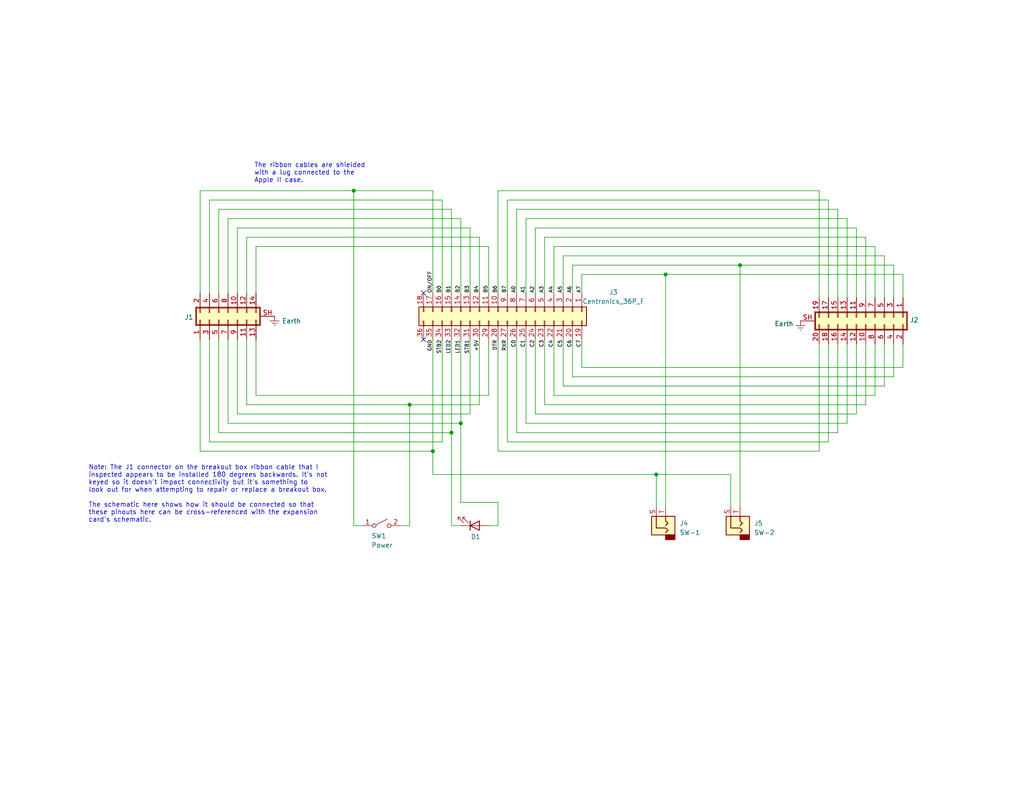
<source format=kicad_sch>
(kicad_sch (version 20231120) (generator "eeschema") (generator_version "8.0")
  (paper "USLetter")
  (title_block (title "Adaptive Peripherals G32 AFC I/O Box") (date "2024-11-14") (comment 2 "captured by Mark Aikens") (comment 3 "by Adaptive Peripherals") (comment 4 "I/O Breakout Box for the G32 Adaptive Firmware Card"))
  (lib_symbols
    (symbol "Connector_Audio:AudioJack2"
      (property "Reference" "J" (at 0 8.89 0))
      (property "Value" "AudioJack2" (at 0 6.35 0))
      (symbol "AudioJack2_0_1"
        (rectangle (start -3.81 0) (end -2.54 -2.54) (stroke (width 0.254)) (fill (type outline)))
        (rectangle (start -2.54 3.81) (end 2.54 -2.54) (stroke (width 0.254)) (fill (type background)))
        (polyline (pts (xy 0 0) (xy 0.635 -0.635) (xy 1.27 0) (xy 2.54 0)) (stroke (width 0.254)))
        (polyline (pts (xy 2.54 2.54) (xy -0.635 2.54) (xy -0.635 0) (xy -1.27 -0.635) (xy -1.905 0)) (stroke (width 0.254)))
      )
      (symbol "AudioJack2_1_1"
        (pin passive line (at 5.08 2.54 180) (length 2.54) (name "~") (number "S"))
        (pin passive line (at 5.08 0 180) (length 2.54) (name "~") (number "T"))
      )
    )
    (symbol "Connector_Generic:Conn_02x18_Top_Bottom" (pin_names (offset 1.016) hide)
      (property "Reference" "J" (at 1.27 22.86 0))
      (property "Value" "Conn_02x18_Top_Bottom" (at 1.27 -25.4 0))
      (symbol "Conn_02x18_Top_Bottom_1_1"
        (rectangle (start -1.27 -22.733) (end 0 -22.987) (stroke (width 0.1524)))
        (rectangle (start -1.27 -20.193) (end 0 -20.447) (stroke (width 0.1524)))
        (rectangle (start -1.27 -17.653) (end 0 -17.907) (stroke (width 0.1524)))
        (rectangle (start -1.27 -15.113) (end 0 -15.367) (stroke (width 0.1524)))
        (rectangle (start -1.27 -12.573) (end 0 -12.827) (stroke (width 0.1524)))
        (rectangle (start -1.27 -10.033) (end 0 -10.287) (stroke (width 0.1524)))
        (rectangle (start -1.27 -7.493) (end 0 -7.747) (stroke (width 0.1524)))
        (rectangle (start -1.27 -4.953) (end 0 -5.207) (stroke (width 0.1524)))
        (rectangle (start -1.27 -2.413) (end 0 -2.667) (stroke (width 0.1524)))
        (rectangle (start -1.27 0.127) (end 0 -0.127) (stroke (width 0.1524)))
        (rectangle (start -1.27 2.667) (end 0 2.413) (stroke (width 0.1524)))
        (rectangle (start -1.27 5.207) (end 0 4.953) (stroke (width 0.1524)))
        (rectangle (start -1.27 7.747) (end 0 7.493) (stroke (width 0.1524)))
        (rectangle (start -1.27 10.287) (end 0 10.033) (stroke (width 0.1524)))
        (rectangle (start -1.27 12.827) (end 0 12.573) (stroke (width 0.1524)))
        (rectangle (start -1.27 15.367) (end 0 15.113) (stroke (width 0.1524)))
        (rectangle (start -1.27 17.907) (end 0 17.653) (stroke (width 0.1524)))
        (rectangle (start -1.27 20.447) (end 0 20.193) (stroke (width 0.1524)))
        (rectangle (start -1.27 21.59) (end 3.81 -24.13) (stroke (width 0.254)) (fill (type background)))
        (rectangle (start 3.81 -22.733) (end 2.54 -22.987) (stroke (width 0.1524)))
        (rectangle (start 3.81 -20.193) (end 2.54 -20.447) (stroke (width 0.1524)))
        (rectangle (start 3.81 -17.653) (end 2.54 -17.907) (stroke (width 0.1524)))
        (rectangle (start 3.81 -15.113) (end 2.54 -15.367) (stroke (width 0.1524)))
        (rectangle (start 3.81 -12.573) (end 2.54 -12.827) (stroke (width 0.1524)))
        (rectangle (start 3.81 -10.033) (end 2.54 -10.287) (stroke (width 0.1524)))
        (rectangle (start 3.81 -7.493) (end 2.54 -7.747) (stroke (width 0.1524)))
        (rectangle (start 3.81 -4.953) (end 2.54 -5.207) (stroke (width 0.1524)))
        (rectangle (start 3.81 -2.413) (end 2.54 -2.667) (stroke (width 0.1524)))
        (rectangle (start 3.81 0.127) (end 2.54 -0.127) (stroke (width 0.1524)))
        (rectangle (start 3.81 2.667) (end 2.54 2.413) (stroke (width 0.1524)))
        (rectangle (start 3.81 5.207) (end 2.54 4.953) (stroke (width 0.1524)))
        (rectangle (start 3.81 7.747) (end 2.54 7.493) (stroke (width 0.1524)))
        (rectangle (start 3.81 10.287) (end 2.54 10.033) (stroke (width 0.1524)))
        (rectangle (start 3.81 12.827) (end 2.54 12.573) (stroke (width 0.1524)))
        (rectangle (start 3.81 15.367) (end 2.54 15.113) (stroke (width 0.1524)))
        (rectangle (start 3.81 17.907) (end 2.54 17.653) (stroke (width 0.1524)))
        (rectangle (start 3.81 20.447) (end 2.54 20.193) (stroke (width 0.1524)))
        (pin passive line (at -5.08 20.32 0) (length 3.81) (name "Pin_1") (number "1"))
        (pin passive line (at -5.08 -2.54 0) (length 3.81) (name "Pin_10") (number "10"))
        (pin passive line (at -5.08 -5.08 0) (length 3.81) (name "Pin_11") (number "11"))
        (pin passive line (at -5.08 -7.62 0) (length 3.81) (name "Pin_12") (number "12"))
        (pin passive line (at -5.08 -10.16 0) (length 3.81) (name "Pin_13") (number "13"))
        (pin passive line (at -5.08 -12.7 0) (length 3.81) (name "Pin_14") (number "14"))
        (pin passive line (at -5.08 -15.24 0) (length 3.81) (name "Pin_15") (number "15"))
        (pin passive line (at -5.08 -17.78 0) (length 3.81) (name "Pin_16") (number "16"))
        (pin passive line (at -5.08 -20.32 0) (length 3.81) (name "Pin_17") (number "17"))
        (pin passive line (at -5.08 -22.86 0) (length 3.81) (name "Pin_18") (number "18"))
        (pin passive line (at 7.62 20.32 180) (length 3.81) (name "Pin_19") (number "19"))
        (pin passive line (at -5.08 17.78 0) (length 3.81) (name "Pin_2") (number "2"))
        (pin passive line (at 7.62 17.78 180) (length 3.81) (name "Pin_20") (number "20"))
        (pin passive line (at 7.62 15.24 180) (length 3.81) (name "Pin_21") (number "21"))
        (pin passive line (at 7.62 12.7 180) (length 3.81) (name "Pin_22") (number "22"))
        (pin passive line (at 7.62 10.16 180) (length 3.81) (name "Pin_23") (number "23"))
        (pin passive line (at 7.62 7.62 180) (length 3.81) (name "Pin_24") (number "24"))
        (pin passive line (at 7.62 5.08 180) (length 3.81) (name "Pin_25") (number "25"))
        (pin passive line (at 7.62 2.54 180) (length 3.81) (name "Pin_26") (number "26"))
        (pin passive line (at 7.62 0 180) (length 3.81) (name "Pin_27") (number "27"))
        (pin passive line (at 7.62 -2.54 180) (length 3.81) (name "Pin_28") (number "28"))
        (pin passive line (at 7.62 -5.08 180) (length 3.81) (name "Pin_29") (number "29"))
        (pin passive line (at -5.08 15.24 0) (length 3.81) (name "Pin_3") (number "3"))
        (pin passive line (at 7.62 -7.62 180) (length 3.81) (name "Pin_30") (number "30"))
        (pin passive line (at 7.62 -10.16 180) (length 3.81) (name "Pin_31") (number "31"))
        (pin passive line (at 7.62 -12.7 180) (length 3.81) (name "Pin_32") (number "32"))
        (pin passive line (at 7.62 -15.24 180) (length 3.81) (name "Pin_33") (number "33"))
        (pin passive line (at 7.62 -17.78 180) (length 3.81) (name "Pin_34") (number "34"))
        (pin passive line (at 7.62 -20.32 180) (length 3.81) (name "Pin_35") (number "35"))
        (pin passive line (at 7.62 -22.86 180) (length 3.81) (name "Pin_36") (number "36"))
        (pin passive line (at -5.08 12.7 0) (length 3.81) (name "Pin_4") (number "4"))
        (pin passive line (at -5.08 10.16 0) (length 3.81) (name "Pin_5") (number "5"))
        (pin passive line (at -5.08 7.62 0) (length 3.81) (name "Pin_6") (number "6"))
        (pin passive line (at -5.08 5.08 0) (length 3.81) (name "Pin_7") (number "7"))
        (pin passive line (at -5.08 2.54 0) (length 3.81) (name "Pin_8") (number "8"))
        (pin passive line (at -5.08 0 0) (length 3.81) (name "Pin_9") (number "9"))
      )
    )
    (symbol "Connector_Generic_Shielded:Conn_02x07_Odd_Even_Shielded" (pin_names (offset 1.016) hide)
      (property "Reference" "J" (at 1.524 9.906 0))
      (property "Value" "Conn_02x07_Odd_Even_Shielded" (at 2.286 -9.906 0))
      (symbol "Conn_02x07_Odd_Even_Shielded_1_1"
        (rectangle (start -1.27 8.89) (end 3.81 -8.89) (stroke (width 0.1524)))
        (rectangle (start -1.016 -7.493) (end 0.254 -7.747) (stroke (width 0.1524)))
        (rectangle (start -1.016 -4.953) (end 0.254 -5.207) (stroke (width 0.1524)))
        (rectangle (start -1.016 -2.413) (end 0.254 -2.667) (stroke (width 0.1524)))
        (rectangle (start -1.016 0.127) (end 0.254 -0.127) (stroke (width 0.1524)))
        (rectangle (start -1.016 2.667) (end 0.254 2.413) (stroke (width 0.1524)))
        (rectangle (start -1.016 5.207) (end 0.254 4.953) (stroke (width 0.1524)))
        (rectangle (start -1.016 7.747) (end 0.254 7.493) (stroke (width 0.1524)))
        (rectangle (start -1.016 8.636) (end 3.556 -8.636) (stroke (width 0.254)) (fill (type background)))
        (rectangle (start 3.556 -7.493) (end 2.286 -7.747) (stroke (width 0.1524)))
        (rectangle (start 3.556 -4.953) (end 2.286 -5.207) (stroke (width 0.1524)))
        (rectangle (start 3.556 -2.413) (end 2.286 -2.667) (stroke (width 0.1524)))
        (rectangle (start 3.556 0.127) (end 2.286 -0.127) (stroke (width 0.1524)))
        (rectangle (start 3.556 2.667) (end 2.286 2.413) (stroke (width 0.1524)))
        (rectangle (start 3.556 5.207) (end 2.286 4.953) (stroke (width 0.1524)))
        (rectangle (start 3.556 7.747) (end 2.286 7.493) (stroke (width 0.1524)))
        (pin passive line (at -5.08 7.62 0) (length 4.064) (name "Pin_1") (number "1"))
        (pin passive line (at 7.62 -2.54 180) (length 4.064) (name "Pin_10") (number "10"))
        (pin passive line (at -5.08 -5.08 0) (length 4.064) (name "Pin_11") (number "11"))
        (pin passive line (at 7.62 -5.08 180) (length 4.064) (name "Pin_12") (number "12"))
        (pin passive line (at -5.08 -7.62 0) (length 4.064) (name "Pin_13") (number "13"))
        (pin passive line (at 7.62 -7.62 180) (length 4.064) (name "Pin_14") (number "14"))
        (pin passive line (at 7.62 7.62 180) (length 4.064) (name "Pin_2") (number "2"))
        (pin passive line (at -5.08 5.08 0) (length 4.064) (name "Pin_3") (number "3"))
        (pin passive line (at 7.62 5.08 180) (length 4.064) (name "Pin_4") (number "4"))
        (pin passive line (at -5.08 2.54 0) (length 4.064) (name "Pin_5") (number "5"))
        (pin passive line (at 7.62 2.54 180) (length 4.064) (name "Pin_6") (number "6"))
        (pin passive line (at -5.08 0 0) (length 4.064) (name "Pin_7") (number "7"))
        (pin passive line (at 7.62 0 180) (length 4.064) (name "Pin_8") (number "8"))
        (pin passive line (at -5.08 -2.54 0) (length 4.064) (name "Pin_9") (number "9"))
        (pin passive line (at 1.27 -12.7 90) (length 3.81) (name "Shield") (number "SH"))
      )
    )
    (symbol "Connector_Generic_Shielded:Conn_02x10_Odd_Even_Shielded" (pin_names (offset 1.016) hide)
      (property "Reference" "J" (at 1.524 12.446 0))
      (property "Value" "Conn_02x10_Odd_Even_Shielded" (at 2.286 -14.986 0))
      (symbol "Conn_02x10_Odd_Even_Shielded_1_1"
        (rectangle (start -1.27 11.43) (end 3.81 -13.97) (stroke (width 0.1524)))
        (rectangle (start -1.016 -12.573) (end 0.254 -12.827) (stroke (width 0.1524)))
        (rectangle (start -1.016 -10.033) (end 0.254 -10.287) (stroke (width 0.1524)))
        (rectangle (start -1.016 -7.493) (end 0.254 -7.747) (stroke (width 0.1524)))
        (rectangle (start -1.016 -4.953) (end 0.254 -5.207) (stroke (width 0.1524)))
        (rectangle (start -1.016 -2.413) (end 0.254 -2.667) (stroke (width 0.1524)))
        (rectangle (start -1.016 0.127) (end 0.254 -0.127) (stroke (width 0.1524)))
        (rectangle (start -1.016 2.667) (end 0.254 2.413) (stroke (width 0.1524)))
        (rectangle (start -1.016 5.207) (end 0.254 4.953) (stroke (width 0.1524)))
        (rectangle (start -1.016 7.747) (end 0.254 7.493) (stroke (width 0.1524)))
        (rectangle (start -1.016 10.287) (end 0.254 10.033) (stroke (width 0.1524)))
        (rectangle (start -1.016 11.176) (end 3.556 -13.716) (stroke (width 0.254)) (fill (type background)))
        (rectangle (start 3.556 -12.573) (end 2.286 -12.827) (stroke (width 0.1524)))
        (rectangle (start 3.556 -10.033) (end 2.286 -10.287) (stroke (width 0.1524)))
        (rectangle (start 3.556 -7.493) (end 2.286 -7.747) (stroke (width 0.1524)))
        (rectangle (start 3.556 -4.953) (end 2.286 -5.207) (stroke (width 0.1524)))
        (rectangle (start 3.556 -2.413) (end 2.286 -2.667) (stroke (width 0.1524)))
        (rectangle (start 3.556 0.127) (end 2.286 -0.127) (stroke (width 0.1524)))
        (rectangle (start 3.556 2.667) (end 2.286 2.413) (stroke (width 0.1524)))
        (rectangle (start 3.556 5.207) (end 2.286 4.953) (stroke (width 0.1524)))
        (rectangle (start 3.556 7.747) (end 2.286 7.493) (stroke (width 0.1524)))
        (rectangle (start 3.556 10.287) (end 2.286 10.033) (stroke (width 0.1524)))
        (pin passive line (at -5.08 10.16 0) (length 4.064) (name "Pin_1") (number "1"))
        (pin passive line (at 7.62 0 180) (length 4.064) (name "Pin_10") (number "10"))
        (pin passive line (at -5.08 -2.54 0) (length 4.064) (name "Pin_11") (number "11"))
        (pin passive line (at 7.62 -2.54 180) (length 4.064) (name "Pin_12") (number "12"))
        (pin passive line (at -5.08 -5.08 0) (length 4.064) (name "Pin_13") (number "13"))
        (pin passive line (at 7.62 -5.08 180) (length 4.064) (name "Pin_14") (number "14"))
        (pin passive line (at -5.08 -7.62 0) (length 4.064) (name "Pin_15") (number "15"))
        (pin passive line (at 7.62 -7.62 180) (length 4.064) (name "Pin_16") (number "16"))
        (pin passive line (at -5.08 -10.16 0) (length 4.064) (name "Pin_17") (number "17"))
        (pin passive line (at 7.62 -10.16 180) (length 4.064) (name "Pin_18") (number "18"))
        (pin passive line (at -5.08 -12.7 0) (length 4.064) (name "Pin_19") (number "19"))
        (pin passive line (at 7.62 10.16 180) (length 4.064) (name "Pin_2") (number "2"))
        (pin passive line (at 7.62 -12.7 180) (length 4.064) (name "Pin_20") (number "20"))
        (pin passive line (at -5.08 7.62 0) (length 4.064) (name "Pin_3") (number "3"))
        (pin passive line (at 7.62 7.62 180) (length 4.064) (name "Pin_4") (number "4"))
        (pin passive line (at -5.08 5.08 0) (length 4.064) (name "Pin_5") (number "5"))
        (pin passive line (at 7.62 5.08 180) (length 4.064) (name "Pin_6") (number "6"))
        (pin passive line (at -5.08 2.54 0) (length 4.064) (name "Pin_7") (number "7"))
        (pin passive line (at 7.62 2.54 180) (length 4.064) (name "Pin_8") (number "8"))
        (pin passive line (at -5.08 0 0) (length 4.064) (name "Pin_9") (number "9"))
        (pin passive line (at 1.27 -17.78 90) (length 3.81) (name "Shield") (number "SH"))
      )
    )
    (symbol "Device:LED" (pin_numbers hide) (pin_names (offset 1.016) hide)
      (property "Reference" "D" (at 0 2.54 0))
      (property "Value" "LED" (at 0 -2.54 0))
      (symbol "LED_0_1"
        (polyline (pts (xy -1.27 -1.27) (xy -1.27 1.27)) (stroke (width 0.254)))
        (polyline (pts (xy -1.27 0) (xy 1.27 0)))
        (polyline (pts (xy 1.27 -1.27) (xy 1.27 1.27) (xy -1.27 0) (xy 1.27 -1.27)) (stroke (width 0.254)))
        (polyline (pts (xy -3.048 -0.762) (xy -4.572 -2.286) (xy -3.81 -2.286) (xy -4.572 -2.286) (xy -4.572 -1.524)))
        (polyline (pts (xy -1.778 -0.762) (xy -3.302 -2.286) (xy -2.54 -2.286) (xy -3.302 -2.286) (xy -3.302 -1.524)))
      )
      (symbol "LED_1_1"
        (pin passive line (at -3.81 0 0) (length 2.54) (name "K") (number "1"))
        (pin passive line (at 3.81 0 180) (length 2.54) (name "A") (number "2"))
      )
    )
    (symbol "Switch:SW_SPST" (pin_names (offset 0) hide)
      (property "Reference" "SW" (at 0 3.175 0))
      (property "Value" "SW_SPST" (at 0 -2.54 0))
      (symbol "SW_SPST_0_0"
        (circle (center -2.032 0) (radius 0.508))
        (polyline (pts (xy -1.524 0.254) (xy 1.524 1.778)))
        (circle (center 2.032 0) (radius 0.508))
      )
      (symbol "SW_SPST_1_1"
        (pin passive line (at -5.08 0 0) (length 2.54) (name "A") (number "1"))
        (pin passive line (at 5.08 0 180) (length 2.54) (name "B") (number "2"))
      )
    )
    (symbol "power:Earth" (power) (pin_numbers hide) (pin_names (offset 0) hide)
      (property "Value" "Earth" (at 0 -3.81 0))
      (symbol "Earth_0_1"
        (polyline (pts (xy -0.635 -1.905) (xy 0.635 -1.905)))
        (polyline (pts (xy -0.127 -2.54) (xy 0.127 -2.54)))
        (polyline (pts (xy 0 -1.27) (xy 0 0)))
        (polyline (pts (xy 1.27 -1.27) (xy -1.27 -1.27)))
      )
      (symbol "Earth_1_1"
        (pin power_in line (at 0 0 270) (length 0) (name "~") (number "1"))
      )
    )
  )
  (junction (at 125.73 115.57))
  (junction (at 181.61 74.93))
  (junction (at 111.76 110.49))
  (junction (at 123.19 118.11))
  (junction (at 179.07 129.54))
  (junction (at 201.93 72.39))
  (junction (at 96.52 52.07))
  (junction (at 118.11 123.19))
  (no_connect (at 115.57 92.71))
  (no_connect (at 115.57 80.01))
  (wire (pts (xy 123.19 57.15) (xy 59.69 57.15)))
  (wire (pts (xy 64.77 62.23) (xy 64.77 80.01)))
  (wire (pts (xy 128.27 92.71) (xy 128.27 113.03)))
  (wire (pts (xy 233.68 113.03) (xy 233.68 93.98)))
  (wire (pts (xy 226.06 120.65) (xy 226.06 93.98)))
  (wire (pts (xy 236.22 110.49) (xy 236.22 93.98)))
  (wire (pts (xy 181.61 74.93) (xy 246.38 74.93)))
  (wire (pts (xy 96.52 143.51) (xy 99.06 143.51)))
  (wire (pts (xy 226.06 81.28) (xy 226.06 54.61)))
  (wire (pts (xy 123.19 92.71) (xy 123.19 118.11)))
  (wire (pts (xy 54.61 123.19) (xy 54.61 92.71)))
  (wire (pts (xy 179.07 129.54) (xy 179.07 138.43)))
  (wire (pts (xy 228.6 118.11) (xy 228.6 93.98)))
  (wire (pts (xy 148.59 92.71) (xy 148.59 110.49)))
  (wire (pts (xy 125.73 59.69) (xy 62.23 59.69)))
  (wire (pts (xy 120.65 54.61) (xy 57.15 54.61)))
  (wire (pts (xy 156.21 72.39) (xy 156.21 80.01)))
  (wire (pts (xy 238.76 67.31) (xy 151.13 67.31)))
  (wire (pts (xy 96.52 52.07) (xy 118.11 52.07)))
  (wire (pts (xy 130.81 92.71) (xy 130.81 110.49)))
  (wire (pts (xy 223.52 52.07) (xy 135.89 52.07)))
  (wire (pts (xy 153.67 69.85) (xy 153.67 80.01)))
  (wire (pts (xy 125.73 115.57) (xy 125.73 137.16)))
  (wire (pts (xy 67.31 64.77) (xy 67.31 80.01)))
  (wire (pts (xy 201.93 72.39) (xy 201.93 138.43)))
  (wire (pts (xy 120.65 80.01) (xy 120.65 54.61)))
  (wire (pts (xy 118.11 123.19) (xy 118.11 129.54)))
  (wire (pts (xy 228.6 81.28) (xy 228.6 57.15)))
  (wire (pts (xy 143.51 59.69) (xy 143.51 80.01)))
  (wire (pts (xy 140.97 118.11) (xy 228.6 118.11)))
  (wire (pts (xy 67.31 110.49) (xy 111.76 110.49)))
  (wire (pts (xy 118.11 123.19) (xy 54.61 123.19)))
  (wire (pts (xy 231.14 59.69) (xy 143.51 59.69)))
  (wire (pts (xy 236.22 64.77) (xy 148.59 64.77)))
  (wire (pts (xy 57.15 120.65) (xy 57.15 92.71)))
  (wire (pts (xy 223.52 81.28) (xy 223.52 52.07)))
  (wire (pts (xy 135.89 137.16) (xy 135.89 143.51)))
  (wire (pts (xy 156.21 102.87) (xy 243.84 102.87)))
  (wire (pts (xy 138.43 120.65) (xy 226.06 120.65)))
  (wire (pts (xy 128.27 113.03) (xy 64.77 113.03)))
  (wire (pts (xy 158.75 74.93) (xy 158.75 80.01)))
  (wire (pts (xy 241.3 69.85) (xy 153.67 69.85)))
  (wire (pts (xy 201.93 72.39) (xy 243.84 72.39)))
  (wire (pts (xy 62.23 59.69) (xy 62.23 80.01)))
  (wire (pts (xy 143.51 92.71) (xy 143.51 115.57)))
  (wire (pts (xy 233.68 81.28) (xy 233.68 62.23)))
  (wire (pts (xy 135.89 123.19) (xy 223.52 123.19)))
  (wire (pts (xy 128.27 62.23) (xy 64.77 62.23)))
  (wire (pts (xy 135.89 143.51) (xy 133.35 143.51)))
  (wire (pts (xy 153.67 92.71) (xy 153.67 105.41)))
  (wire (pts (xy 120.65 120.65) (xy 57.15 120.65)))
  (wire (pts (xy 69.85 92.71) (xy 69.85 107.95)))
  (wire (pts (xy 156.21 92.71) (xy 156.21 102.87)))
  (wire (pts (xy 118.11 80.01) (xy 118.11 52.07)))
  (wire (pts (xy 241.3 81.28) (xy 241.3 69.85)))
  (wire (pts (xy 135.89 92.71) (xy 135.89 123.19)))
  (wire (pts (xy 158.75 74.93) (xy 181.61 74.93)))
  (wire (pts (xy 54.61 52.07) (xy 54.61 80.01)))
  (wire (pts (xy 199.39 129.54) (xy 179.07 129.54)))
  (wire (pts (xy 138.43 92.71) (xy 138.43 120.65)))
  (wire (pts (xy 123.19 80.01) (xy 123.19 57.15)))
  (wire (pts (xy 226.06 54.61) (xy 138.43 54.61)))
  (wire (pts (xy 231.14 115.57) (xy 231.14 93.98)))
  (wire (pts (xy 59.69 118.11) (xy 59.69 92.71)))
  (wire (pts (xy 231.14 81.28) (xy 231.14 59.69)))
  (wire (pts (xy 96.52 52.07) (xy 96.52 143.51)))
  (wire (pts (xy 64.77 113.03) (xy 64.77 92.71)))
  (wire (pts (xy 120.65 92.71) (xy 120.65 120.65)))
  (wire (pts (xy 59.69 57.15) (xy 59.69 80.01)))
  (wire (pts (xy 130.81 80.01) (xy 130.81 64.77)))
  (wire (pts (xy 146.05 113.03) (xy 233.68 113.03)))
  (wire (pts (xy 223.52 123.19) (xy 223.52 93.98)))
  (wire (pts (xy 151.13 92.71) (xy 151.13 107.95)))
  (wire (pts (xy 153.67 105.41) (xy 241.3 105.41)))
  (wire (pts (xy 146.05 62.23) (xy 146.05 80.01)))
  (wire (pts (xy 128.27 80.01) (xy 128.27 62.23)))
  (wire (pts (xy 140.97 92.71) (xy 140.97 118.11)))
  (wire (pts (xy 151.13 67.31) (xy 151.13 80.01)))
  (wire (pts (xy 118.11 129.54) (xy 179.07 129.54)))
  (wire (pts (xy 62.23 115.57) (xy 62.23 92.71)))
  (wire (pts (xy 69.85 67.31) (xy 133.35 67.31)))
  (wire (pts (xy 158.75 92.71) (xy 158.75 100.33)))
  (wire (pts (xy 243.84 102.87) (xy 243.84 93.98)))
  (wire (pts (xy 158.75 100.33) (xy 246.38 100.33)))
  (wire (pts (xy 111.76 110.49) (xy 111.76 143.51)))
  (wire (pts (xy 123.19 118.11) (xy 123.19 143.51)))
  (wire (pts (xy 243.84 81.28) (xy 243.84 72.39)))
  (wire (pts (xy 123.19 118.11) (xy 59.69 118.11)))
  (wire (pts (xy 238.76 81.28) (xy 238.76 67.31)))
  (wire (pts (xy 148.59 64.77) (xy 148.59 80.01)))
  (wire (pts (xy 246.38 81.28) (xy 246.38 74.93)))
  (wire (pts (xy 156.21 72.39) (xy 201.93 72.39)))
  (wire (pts (xy 228.6 57.15) (xy 140.97 57.15)))
  (wire (pts (xy 133.35 107.95) (xy 133.35 92.71)))
  (wire (pts (xy 67.31 110.49) (xy 67.31 92.71)))
  (wire (pts (xy 148.59 110.49) (xy 236.22 110.49)))
  (wire (pts (xy 118.11 92.71) (xy 118.11 123.19)))
  (wire (pts (xy 151.13 107.95) (xy 238.76 107.95)))
  (wire (pts (xy 125.73 80.01) (xy 125.73 59.69)))
  (wire (pts (xy 125.73 92.71) (xy 125.73 115.57)))
  (wire (pts (xy 69.85 80.01) (xy 69.85 67.31)))
  (wire (pts (xy 138.43 54.61) (xy 138.43 80.01)))
  (wire (pts (xy 57.15 54.61) (xy 57.15 80.01)))
  (wire (pts (xy 125.73 137.16) (xy 135.89 137.16)))
  (wire (pts (xy 125.73 115.57) (xy 62.23 115.57)))
  (wire (pts (xy 69.85 107.95) (xy 133.35 107.95)))
  (wire (pts (xy 140.97 57.15) (xy 140.97 80.01)))
  (wire (pts (xy 146.05 92.71) (xy 146.05 113.03)))
  (wire (pts (xy 246.38 100.33) (xy 246.38 93.98)))
  (wire (pts (xy 143.51 115.57) (xy 231.14 115.57)))
  (wire (pts (xy 241.3 105.41) (xy 241.3 93.98)))
  (wire (pts (xy 111.76 143.51) (xy 109.22 143.51)))
  (wire (pts (xy 236.22 81.28) (xy 236.22 64.77)))
  (wire (pts (xy 199.39 129.54) (xy 199.39 138.43)))
  (wire (pts (xy 238.76 107.95) (xy 238.76 93.98)))
  (wire (pts (xy 130.81 64.77) (xy 67.31 64.77)))
  (wire (pts (xy 135.89 52.07) (xy 135.89 80.01)))
  (wire (pts (xy 181.61 74.93) (xy 181.61 138.43)))
  (wire (pts (xy 233.68 62.23) (xy 146.05 62.23)))
  (wire (pts (xy 133.35 67.31) (xy 133.35 80.01)))
  (wire (pts (xy 123.19 143.51) (xy 125.73 143.51)))
  (wire (pts (xy 130.81 110.49) (xy 111.76 110.49)))
  (wire (pts (xy 54.61 52.07) (xy 96.52 52.07)))
  (text "The ribbon cables are shielded\nwith a lug connected to the\nApple II case." (at 69.342 47.244 0) (effects (font (size 1.27 1.27)) (justify left)))
  (text "Note: The J1 connector on the breakout box ribbon cable that I\ninspected appears to be installed 180 degrees backwards. It's not\nkeyed so it doesn't impact connectivity but it's something to\nlook out for when attempting to repair or replace a breakout box.\n\nThe schematic here shows how it should be connected so that\nthese pinouts here can be cross-referenced with the expansion\ncard's schematic." (at 24.13 134.874 0) (effects (font (size 1.27 1.27)) (justify left)))
  (label "C7" (at 158.75 92.71 270) (effects (font (size 1 1))))
  (label "A4" (at 151.13 80.01 90) (effects (font (size 1 1))))
  (label "DTR" (at 135.89 92.71 270) (effects (font (size 1 1))))
  (label "STB1" (at 128.27 92.71 270) (effects (font (size 1 1))))
  (label "B1" (at 123.19 80.01 90) (effects (font (size 1 1))))
  (label "A2" (at 146.05 80.01 90) (effects (font (size 1 1))))
  (label "B4" (at 130.81 80.01 90) (effects (font (size 1 1))))
  (label "A7" (at 158.75 80.01 90) (effects (font (size 1 1))))
  (label "A3" (at 148.59 80.01 90) (effects (font (size 1 1))))
  (label "C1" (at 143.51 92.71 270) (effects (font (size 1 1))))
  (label "B2" (at 125.73 80.01 90) (effects (font (size 1 1))))
  (label "C6" (at 156.21 92.71 270) (effects (font (size 1 1))))
  (label "B3" (at 128.27 80.01 90) (effects (font (size 1 1))))
  (label "LED2" (at 123.19 92.71 270) (effects (font (size 1 1))))
  (label "GND" (at 118.11 92.71 270) (effects (font (size 1 1))))
  (label "B7" (at 138.43 80.01 90) (effects (font (size 1 1))))
  (label "B0" (at 120.65 80.01 90) (effects (font (size 1 1))))
  (label "C0" (at 140.97 92.71 270) (effects (font (size 1 1))))
  (label "ON{slash}OFF" (at 118.11 80.01 90) (effects (font (size 1 1))))
  (label "+5V" (at 130.81 92.71 270) (effects (font (size 1 1))))
  (label "C4" (at 151.13 92.71 270) (effects (font (size 1 1))))
  (label "RXR" (at 138.43 92.71 270) (effects (font (size 1 1))))
  (label "A5" (at 153.67 80.01 90) (effects (font (size 1 1))))
  (label "B5" (at 133.35 80.01 90) (effects (font (size 1 1))))
  (label "C2" (at 146.05 92.71 270) (effects (font (size 1 1))))
  (label "B6" (at 135.89 80.01 90) (effects (font (size 1 1))))
  (label "A6" (at 156.21 80.01 90) (effects (font (size 1 1))))
  (label "C5" (at 153.67 92.71 270) (effects (font (size 1 1))))
  (label "A1" (at 143.51 80.01 90) (effects (font (size 1 1))))
  (label "A0" (at 140.97 80.01 90) (effects (font (size 1 1))))
  (label "LED1" (at 125.73 92.71 270) (effects (font (size 1 1))))
  (label "C3" (at 148.59 92.71 270) (effects (font (size 1 1))))
  (label "STB2" (at 120.65 92.71 270) (effects (font (size 1 1))))
  (symbol (lib_id "Connector_Generic:Conn_02x18_Top_Bottom") (at 138.43 85.09 270) (unit 1)
    (property "Reference" "J3" (at 167.386 79.756 90))
    (property "Value" "Centronics_36P_F" (at 167.386 82.296 90))
    (property "Description" "Generic connector, double row, 02x18, top/bottom pin numbering scheme (row 1: 1...pins_per_row, row2: pins_per_row+1 ... num_pins), script generated (kicad-library-utils/schlib/autogen/connector/)" (effects (hide yes)))
  )
  (symbol (lib_id "Device:LED") (at 129.54 143.51 0) (mirror x) (unit 1)
    (property "Reference" "D1" (at 129.794 146.558 0))
    (property "Value" "LED" (effects (hide yes)))
    (property "Description" "Light emitting diode" (effects (hide yes)))
  )
  (symbol (lib_id "Connector_Generic_Shielded:Conn_02x07_Odd_Even_Shielded") (at 62.23 87.63 90) (unit 1)
    (property "Reference" "J1" (at 51.562 86.614 90))
    (property "Value" "Conn_02x07_Odd_Even_Shielded" (effects (hide yes)))
    (property "Description" "Generic shielded connector, double row, 02x07, odd/even pin numbering scheme (row 1 odd numbers, row 2 even numbers), script generated (kicad-library-utils/schlib/autogen/connector/)" (effects (hide yes)))
  )
  (symbol (lib_id "Connector_Generic_Shielded:Conn_02x10_Odd_Even_Shielded") (at 236.22 86.36 270) (unit 1)
    (property "Reference" "J2" (at 249.428 87.376 90))
    (property "Value" "Conn_02x10_Odd_Even_Shielded" (effects (hide yes)))
    (property "Description" "Generic shielded connector, double row, 02x10, odd/even pin numbering scheme (row 1 odd numbers, row 2 even numbers), script generated (kicad-library-utils/schlib/autogen/connector/)" (effects (hide yes)))
  )
  (symbol (lib_id "Switch:SW_SPST") (at 104.14 143.51 0) (unit 1)
    (property "Reference" "SW1" (at 101.346 146.304 0) (effects (justify left)))
    (property "Value" "Power" (at 101.346 148.844 0) (effects (justify left)))
    (property "Description" "Single Pole Single Throw (SPST) switch" (effects (hide yes)))
  )
  (symbol (lib_id "Connector_Audio:AudioJack2") (at 201.93 143.51 90) (unit 1)
    (property "Reference" "J5" (at 205.74 142.8749 90) (effects (justify right)))
    (property "Value" "SW-2" (at 205.74 145.4149 90) (effects (justify right)))
    (property "Description" "Audio Jack, 2 Poles (Mono / TS)" (effects (hide yes)))
  )
  (symbol (lib_id "power:Earth") (at 218.44 87.63 0) (unit 1)
    (property "Reference" "#PWR02" (effects (hide yes)))
    (property "Value" "Earth" (at 211.328 88.392 0) (effects (justify left)))
    (property "Description" "Power symbol creates a global label with name \"Earth\"" (effects (hide yes)))
  )
  (symbol (lib_id "Connector_Audio:AudioJack2") (at 181.61 143.51 90) (unit 1)
    (property "Reference" "J4" (at 185.42 142.8749 90) (effects (justify right)))
    (property "Value" "SW-1" (at 185.42 145.4149 90) (effects (justify right)))
    (property "Description" "Audio Jack, 2 Poles (Mono / TS)" (effects (hide yes)))
  )
  (symbol (lib_id "power:Earth") (at 74.93 86.36 0) (unit 1)
    (property "Reference" "#PWR01" (effects (hide yes)))
    (property "Value" "Earth" (at 76.962 87.63 0) (effects (justify left)))
    (property "Description" "Power symbol creates a global label with name \"Earth\"" (effects (hide yes)))
  )
)
</source>
